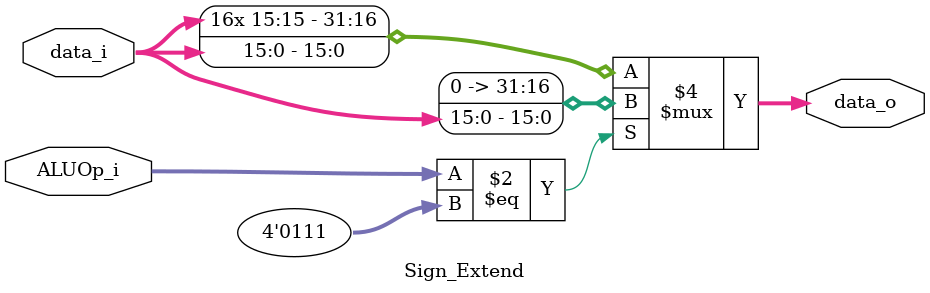
<source format=v>
`timescale 1ns / 1ps

module Sign_Extend(
	ALUOp_i,   //4 bit ALUOp_i (input)
    data_i,    //16 bit data_i  (input)
    data_o     //32 bit data_o  (output)
    );
               
//I/O ports
input   [3:0]  ALUOp_i;
input   [15:0] data_i;
output  [31:0] data_o;

//Internal Signals
reg     [31:0] data_o;

//Sign extended
always@ (*) begin
	if(ALUOp_i == 4'b0111) data_o <= { {16{1'b0}}, data_i };
	else data_o <= { {16{data_i[15]}}, data_i };
end

endmodule
</source>
